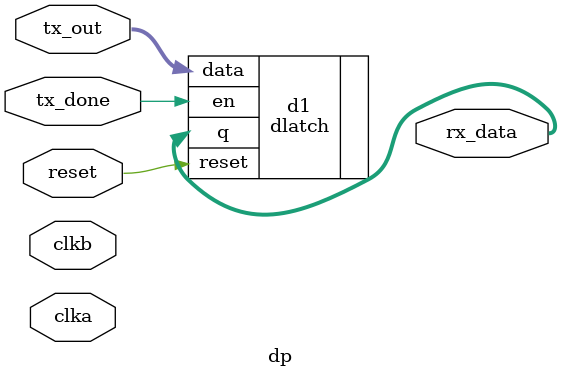
<source format=v>
module dp(clka, clkb, reset, tx_out, tx_done, rx_data);
input clka, clkb, reset, tx_done;
input wire [7:0] tx_out;
output [7:0] rx_data;

dlatch d1(.data(tx_out), .en(tx_done), .reset(reset), .q(rx_data));

//dlatch d2(.data(rx_data), .en(rx_done), .reset(reset), .q(rx_out));
endmodule

</source>
